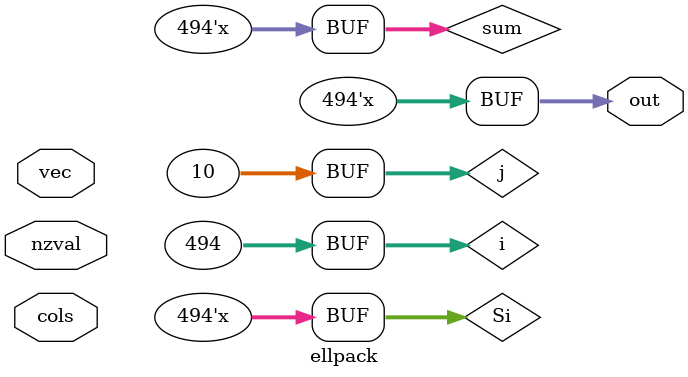
<source format=v>
`define N 494
`define L 10
`define NNZ 1666

module ellpack(
  input [`N*`L-1:0] nzval,
  input [31:0] cols,
  input [`N-1:0] vec,
  output [`N-1:0] out
);

  integer i, j;
  reg [`N-1:0] sum;
  reg [`N-1:0] Si;

  always @(nzval, cols, vec) begin
    for(i=0; i<`N; i=i+1) begin
      sum[i] = out[i];
        for(j=0; j<`L; j=j+1) begin
          Si = nzval[j + i*`L] * vec[cols[j + i*`L]];
          sum[i] = sum[i] + Si;
        end
       out[i] = sum[i];
     end
  end

endmodule
</source>
